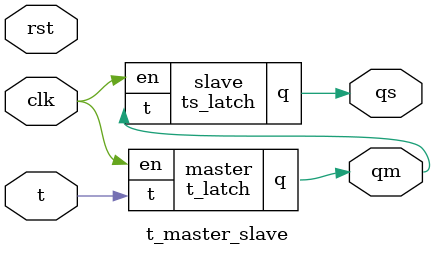
<source format=v>
module t_latch(
  input t,en,
  output reg q=0);
  always@(*)begin
    if(en)begin
      if(t)
        q=~q;
      else
        q=q;
    end
  end
endmodule
module ts_latch(
  input t,en,
  output reg q=0);
  always@(*)begin
    if(!en)begin
      if(t)
        q=~q;
      else
        q=q;
    end
  end
endmodule
module t_master_slave(input t,clk,rst,
                       output reg qm,qs);
  t_latch master(.t(t),.en(clk),.q(qm));
  ts_latch slave(.t(qm),.en(clk),.q(qs));
endmodule

</source>
